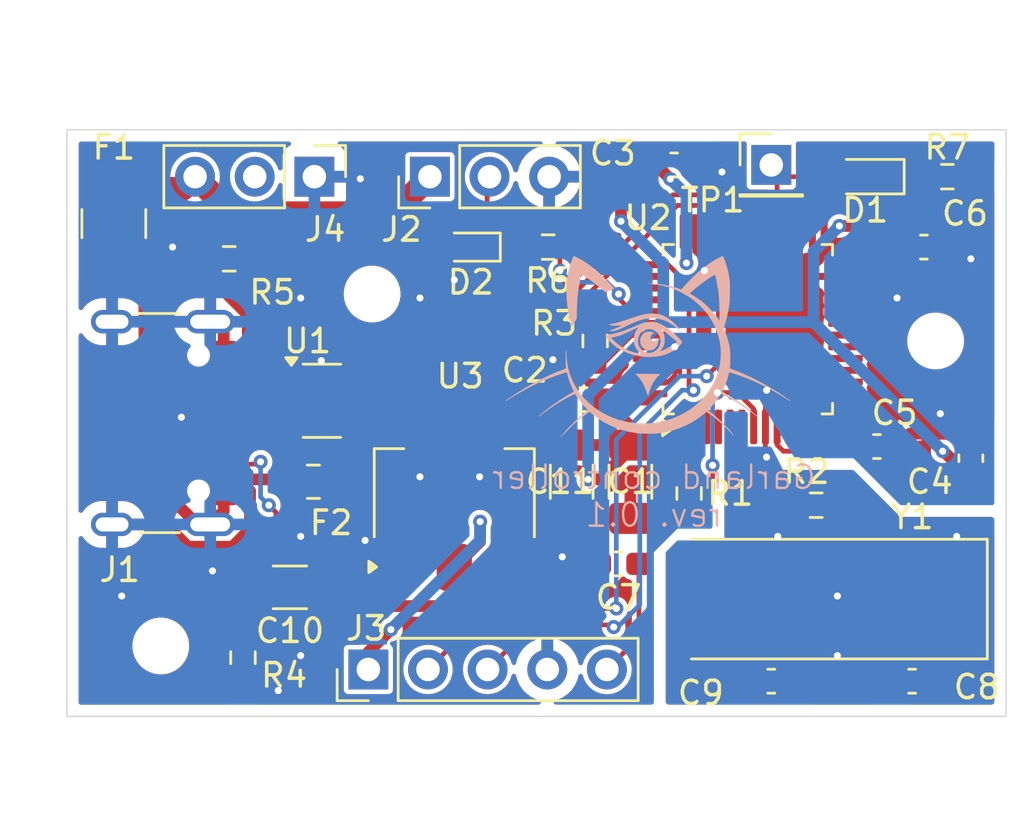
<source format=kicad_pcb>
(kicad_pcb (version 20240108) (generator "pcbnew") (generator_version "8.0")
  (title_block (title "Garland controller") (date "2025-02-09") (rev "0.1") (company "Yuri Volkov"))
  (layers (0 "F.Cu" signal) (31 "B.Cu" signal) (34 "B.Paste" user) (35 "F.Paste" user) (36 "B.SilkS" user "B.Silkscreen") (37 "F.SilkS" user "F.Silkscreen") (38 "B.Mask" user) (39 "F.Mask" user) (44 "Edge.Cuts" user))
  (net 0 "")
  (net 1 "GND")
  (net 2 "+3V3")
  (net 3 "/NRST")
  (net 4 "Net-(C8-Pad1)")
  (net 5 "Net-(U2-PD0)")
  (net 6 "Net-(U3-VI)")
  (net 7 "/DEBUG_LED")
  (net 8 "Net-(D1-K)")
  (net 9 "Net-(D2-K)")
  (net 10 "Net-(J2-Pin_1)")
  (net 11 "+5V")
  (net 12 "Net-(J1-D+-PadA6)")
  (net 13 "Net-(J1-D--PadA7)")
  (net 14 "Net-(J1-CC2)")
  (net 16 "Net-(J1-CC1)")
  (net 18 "Net-(J3-Pin_3)")
  (net 19 "Net-(J3-Pin_2)")
  (net 21 "Net-(U2-PD1)")
  (net 22 "/USB_ON")
  (net 23 "/USB_D-")
  (net 24 "/ADDRESS_LED")
  (net 25 "/USB_D+")
  (footprint "Resistor_SMD:R_0603_1608Metric_Pad0.98x0.95mm_HandSolder" (layer "F.Cu") (at 122.5 64 90)
    (property "Reference" "R3" (at 0.75 -1.75 180) (layer "F.SilkS"))
    (property "Value" "1.5k")
    (pad "1" smd roundrect (at -0.9125 0 90) (size 0.975 0.95) (layers "F.Cu" "F.Paste" "F.Mask") (net 22 "/USB_ON"))
    (pad "2" smd roundrect (at 0.9125 0 90) (size 0.975 0.95) (layers "F.Cu" "F.Paste" "F.Mask") (net 23 "/USB_D-"))
  )
  (footprint "Connector_PinHeader_2.54mm:PinHeader_1x03_P2.54mm_Vertical" (layer "F.Cu") (at 110.54 57 -90)
    (property "Reference" "J4" (at 2.25 -0.46 0) (layer "F.SilkS"))
    (property "Value" "Conn_01x03_Pin")
    (pad "1" thru_hole rect (at 0 0 270) (size 1.7 1.7) (drill 1) (layers "*.Cu" "*.Mask") (net 1 "GND"))
    (pad "2" thru_hole oval (at 0 2.54 270) (size 1.7 1.7) (drill 1) (layers "*.Cu" "*.Mask"))
    (pad "3" thru_hole oval (at 0 5.08 270) (size 1.7 1.7) (drill 1) (layers "*.Cu" "*.Mask") (net 10 "Net-(J2-Pin_1)"))
  )
  (footprint "Connector_PinHeader_2.54mm:PinHeader_1x05_P2.54mm_Vertical" (layer "F.Cu") (at 112.84 78 90)
    (property "Reference" "J3" (at 1.75 -0.09 180) (layer "F.SilkS"))
    (property "Value" "Conn_01x05_Pin")
    (pad "1" thru_hole rect (at 0 0 90) (size 1.7 1.7) (drill 1) (layers "*.Cu" "*.Mask") (net 2 "+3V3"))
    (pad "2" thru_hole oval (at 0 2.54 90) (size 1.7 1.7) (drill 1) (layers "*.Cu" "*.Mask") (net 19 "Net-(J3-Pin_2)"))
    (pad "3" thru_hole oval (at 0 5.08 90) (size 1.7 1.7) (drill 1) (layers "*.Cu" "*.Mask") (net 18 "Net-(J3-Pin_3)"))
    (pad "4" thru_hole oval (at 0 7.62 90) (size 1.7 1.7) (drill 1) (layers "*.Cu" "*.Mask") (net 1 "GND"))
    (pad "5" thru_hole oval (at 0 10.16 90) (size 1.7 1.7) (drill 1) (layers "*.Cu" "*.Mask") (net 3 "/NRST"))
  )
  (footprint "Connector_PinHeader_2.54mm:PinHeader_1x03_P2.54mm_Vertical" (layer "F.Cu") (at 115.46 57 90)
    (property "Reference" "J2" (at -2.25 -1.21 180) (layer "F.SilkS"))
    (property "Value" "Conn_01x03_Socket")
    (pad "1" thru_hole rect (at 0 0 90) (size 1.7 1.7) (drill 1) (layers "*.Cu" "*.Mask") (net 10 "Net-(J2-Pin_1)"))
    (pad "2" thru_hole oval (at 0 2.54 90) (size 1.7 1.7) (drill 1) (layers "*.Cu" "*.Mask") (net 9 "Net-(D2-K)"))
    (pad "3" thru_hole oval (at 0 5.08 90) (size 1.7 1.7) (drill 1) (layers "*.Cu" "*.Mask") (net 1 "GND"))
  )
  (footprint "LED_SMD:LED_0603_1608Metric_Pad1.05x0.95mm_HandSolder" (layer "F.Cu") (at 134 57 180)
    (property "Reference" "D1" (at 0 -1.43 0) (layer "F.SilkS"))
    (property "Value" "LED")
    (pad "1" smd roundrect (at -0.875 0 180) (size 1.05 0.95) (layers "F.Cu" "F.Paste" "F.Mask") (net 8 "Net-(D1-K)"))
    (pad "2" smd roundrect (at 0.875 0 180) (size 1.05 0.95) (layers "F.Cu" "F.Paste" "F.Mask") (net 7 "/DEBUG_LED"))
  )
  (footprint "Capacitor_SMD:C_0603_1608Metric_Pad1.08x0.95mm_HandSolder" (layer "F.Cu") (at 125.8625 56.5)
    (property "Reference" "C3" (at -2.6125 -0.5 0) (layer "F.SilkS"))
    (property "Value" "0.1u")
    (pad "1" smd roundrect (at -0.8625 0) (size 1.075 0.95) (layers "F.Cu" "F.Paste" "F.Mask") (net 2 "+3V3"))
    (pad "2" smd roundrect (at 0.8625 0) (size 1.075 0.95) (layers "F.Cu" "F.Paste" "F.Mask") (net 1 "GND"))
  )
  (footprint "Capacitor_SMD:C_1206_3216Metric_Pad1.33x1.80mm_HandSolder" (layer "F.Cu") (at 124 70 -90)
    (property "Reference" "C1" (at 0 0 180) (layer "F.SilkS"))
    (property "Value" "4.7u")
    (pad "1" smd roundrect (at -1.5625 0 270) (size 1.325 1.8) (layers "F.Cu" "F.Paste" "F.Mask") (roundrect_rratio 0.188679) (net 2 "+3V3"))
    (pad "2" smd roundrect (at 1.5625 0 270) (size 1.325 1.8) (layers "F.Cu" "F.Paste" "F.Mask") (roundrect_rratio 0.188679) (net 1 "GND"))
  )
  (footprint "MountingHole:MountingHole_2.1mm" (layer "F.Cu") (at 113 62)
    (property "Reference" "H1" (hide yes))
    (property "Value" "MountingHole" (hide yes))
    (pad "" np_thru_hole circle (at 0 0) (size 2.1 2.1) (drill 2.1) (layers "*.Cu" "*.Mask"))
  )
  (footprint "Fuse:Fuse_1210_3225Metric_Pad1.42x2.65mm_HandSolder" (layer "F.Cu") (at 102 59 90)
    (property "Reference" "F1" (at 3.25 0 0) (layer "F.SilkS"))
    (property "Value" "3A")
    (pad "1" smd roundrect (at -1.4875 0 90) (size 1.425 2.65) (layers "F.Cu" "F.Paste" "F.Mask") (roundrect_rratio 0.175439) (net 11 "+5V"))
    (pad "2" smd roundrect (at 1.4875 0 90) (size 1.425 2.65) (layers "F.Cu" "F.Paste" "F.Mask") (roundrect_rratio 0.175439) (net 10 "Net-(J2-Pin_1)"))
  )
  (footprint "Resistor_SMD:R_0603_1608Metric_Pad0.98x0.95mm_HandSolder" (layer "F.Cu") (at 106.9125 60.5 180)
    (property "Reference" "R5" (at -1.8375 -1.43 0) (layer "F.SilkS"))
    (property "Value" "5.1k")
    (pad "1" smd roundrect (at -0.9125 0 180) (size 0.975 0.95) (layers "F.Cu" "F.Paste" "F.Mask") (net 16 "Net-(J1-CC1)"))
    (pad "2" smd roundrect (at 0.9125 0 180) (size 0.975 0.95) (layers "F.Cu" "F.Paste" "F.Mask") (net 1 "GND"))
  )
  (footprint "Capacitor_SMD:C_0603_1608Metric_Pad1.08x0.95mm_HandSolder" (layer "F.Cu") (at 136 78.5 180)
    (property "Reference" "C8" (at -2.75 -0.25 0) (layer "F.SilkS"))
    (property "Value" "10p")
    (pad "1" smd roundrect (at -0.8625 0 180) (size 1.075 0.95) (layers "F.Cu" "F.Paste" "F.Mask") (net 4 "Net-(C8-Pad1)"))
    (pad "2" smd roundrect (at 0.8625 0 180) (size 1.075 0.95) (layers "F.Cu" "F.Paste" "F.Mask") (net 1 "GND"))
  )
  (footprint "Package_TO_SOT_SMD:SOT-23-6" (layer "F.Cu") (at 110.8625 66.55)
    (property "Reference" "U1" (at -0.6125 -2.55 0) (layer "F.SilkS"))
    (property "Value" "USBLC6-2SC6")
    (pad "1" smd roundrect (at -1.1375 -0.95) (size 1.325 0.6) (layers "F.Cu" "F.Paste" "F.Mask") (net 13 "Net-(J1-D--PadA7)"))
    (pad "2" smd roundrect (at -1.1375 0) (size 1.325 0.6) (layers "F.Cu" "F.Paste" "F.Mask") (net 1 "GND"))
    (pad "3" smd roundrect (at -1.1375 0.95) (size 1.325 0.6) (layers "F.Cu" "F.Paste" "F.Mask") (net 12 "Net-(J1-D+-PadA6)"))
    (pad "4" smd roundrect (at 1.1375 0.95) (size 1.325 0.6) (layers "F.Cu" "F.Paste" "F.Mask") (net 23 "/USB_D-"))
    (pad "5" smd roundrect (at 1.1375 0) (size 1.325 0.6) (layers "F.Cu" "F.Paste" "F.Mask") (net 11 "+5V"))
    (pad "6" smd roundrect (at 1.1375 -0.95) (size 1.325 0.6) (layers "F.Cu" "F.Paste" "F.Mask") (net 25 "/USB_D+"))
  )
  (footprint "Resistor_SMD:R_0603_1608Metric_Pad0.98x0.95mm_HandSolder" (layer "F.Cu") (at 131.9125 71)
    (property "Reference" "R2" (at -0.4125 -1.43 0) (layer "F.SilkS"))
    (property "Value" "0")
    (pad "1" smd roundrect (at -0.9125 0) (size 0.975 0.95) (layers "F.Cu" "F.Paste" "F.Mask") (net 21 "Net-(U2-PD1)"))
    (pad "2" smd roundrect (at 0.9125 0) (size 0.975 0.95) (layers "F.Cu" "F.Paste" "F.Mask") (net 4 "Net-(C8-Pad1)"))
  )
  (footprint "Resistor_SMD:R_0603_1608Metric_Pad0.98x0.95mm_HandSolder" (layer "F.Cu") (at 126.5 70.5 -90)
    (property "Reference" "R1" (at 0 -1.75 180) (layer "F.SilkS"))
    (property "Value" "5.1k")
    (pad "1" smd roundrect (at -0.9125 0 270) (size 0.975 0.95) (layers "F.Cu" "F.Paste" "F.Mask") (net 2 "+3V3"))
    (pad "2" smd roundrect (at 0.9125 0 270) (size 0.975 0.95) (layers "F.Cu" "F.Paste" "F.Mask") (net 3 "/NRST"))
  )
  (footprint "Capacitor_SMD:C_0603_1608Metric_Pad1.08x0.95mm_HandSolder" (layer "F.Cu") (at 130 78.5)
    (property "Reference" "C9" (at -3 0.5 0) (layer "F.SilkS"))
    (property "Value" "10p")
    (pad "1" smd roundrect (at -0.8625 0) (size 1.075 0.95) (layers "F.Cu" "F.Paste" "F.Mask") (net 5 "Net-(U2-PD0)"))
    (pad "2" smd roundrect (at 0.8625 0) (size 1.075 0.95) (layers "F.Cu" "F.Paste" "F.Mask") (net 1 "GND"))
  )
  (footprint "Capacitor_SMD:C_0603_1608Metric_Pad1.08x0.95mm_HandSolder" (layer "F.Cu") (at 122 66.5 180)
    (property "Reference" "C2" (at 2.5 1.25 0) (layer "F.SilkS"))
    (property "Value" "0.1u")
    (pad "1" smd roundrect (at -0.8625 0 180) (size 1.075 0.95) (layers "F.Cu" "F.Paste" "F.Mask") (net 2 "+3V3"))
    (pad "2" smd roundrect (at 0.8625 0 180) (size 1.075 0.95) (layers "F.Cu" "F.Paste" "F.Mask") (net 1 "GND"))
  )
  (footprint "Capacitor_SMD:C_0603_1608Metric_Pad1.08x0.95mm_HandSolder" (layer "F.Cu") (at 123.5 73.5 180)
    (property "Reference" "C7" (at 0 -1.43 0) (layer "F.SilkS"))
    (property "Value" "0.1u")
    (pad "1" smd roundrect (at -0.8625 0 180) (size 1.075 0.95) (layers "F.Cu" "F.Paste" "F.Mask") (net 3 "/NRST"))
    (pad "2" smd roundrect (at 0.8625 0 180) (size 1.075 0.95) (layers "F.Cu" "F.Paste" "F.Mask") (net 1 "GND"))
  )
  (footprint "Capacitor_SMD:C_0603_1608Metric_Pad1.08x0.95mm_HandSolder" (layer "F.Cu") (at 136.5 60)
    (property "Reference" "C6" (at 1.75 -1.43 0) (layer "F.SilkS"))
    (property "Value" "0.1u")
    (pad "1" smd roundrect (at -0.8625 0) (size 1.075 0.95) (layers "F.Cu" "F.Paste" "F.Mask") (net 2 "+3V3"))
    (pad "2" smd roundrect (at 0.8625 0) (size 1.075 0.95) (layers "F.Cu" "F.Paste" "F.Mask") (net 1 "GND"))
  )
  (footprint "Resistor_SMD:R_0603_1608Metric_Pad0.98x0.95mm_HandSolder" (layer "F.Cu") (at 107.5 77.5 -90)
    (property "Reference" "R4" (at 0.75 -1.75 180) (layer "F.SilkS"))
    (property "Value" "5.1k")
    (pad "1" smd roundrect (at -0.9125 0 270) (size 0.975 0.95) (layers "F.Cu" "F.Paste" "F.Mask") (net 14 "Net-(J1-CC2)"))
    (pad "2" smd roundrect (at 0.9125 0 270) (size 0.975 0.95) (layers "F.Cu" "F.Paste" "F.Mask") (net 1 "GND"))
  )
  (footprint "Package_TO_SOT_SMD:SOT-223-3_TabPin2" (layer "F.Cu") (at 116.5 70.5 90)
    (property "Reference" "U3" (at 5 0.25 180) (layer "F.SilkS"))
    (property "Value" "AMS1117-3.3")
    (pad "1" smd roundrect (at -3.15 -2.3 90) (size 2 1.5) (layers "F.Cu" "F.Paste" "F.Mask") (net 1 "GND"))
    (pad "2" smd roundrect (at -3.15 0 90) (size 2 1.5) (layers "F.Cu" "F.Paste" "F.Mask") (net 2 "+3V3"))
    (pad "2" smd roundrect (at 3.15 0 90) (size 2 3.8) (layers "F.Cu" "F.Paste" "F.Mask") (net 2 "+3V3"))
    (pad "3" smd roundrect (at -3.15 2.3 90) (size 2 1.5) (layers "F.Cu" "F.Paste" "F.Mask") (net 6 "Net-(U3-VI)"))
  )
  (footprint "Capacitor_SMD:C_0603_1608Metric_Pad1.08x0.95mm_HandSolder" (layer "F.Cu") (at 138.5 69 90)
    (property "Reference" "C4" (at -1 -1.75 180) (layer "F.SilkS"))
    (property "Value" "1u")
    (pad "1" smd roundrect (at -0.8625 0 90) (size 1.075 0.95) (layers "F.Cu" "F.Paste" "F.Mask") (net 2 "+3V3"))
    (pad "2" smd roundrect (at 0.8625 0 90) (size 1.075 0.95) (layers "F.Cu" "F.Paste" "F.Mask") (net 1 "GND"))
  )
  (footprint "Package_QFP:LQFP-48_7x7mm_P0.5mm" (layer "F.Cu") (at 129 63.5 90)
    (property "Reference" "U2" (at 4.75 -4.25 180) (layer "F.SilkS"))
    (property "Value" "STM32F103C8Tx")
    (pad "1" smd roundrect (at -4.1625 -2.75 90) (size 1.475 0.3) (layers "F.Cu" "F.Paste" "F.Mask"))
    (pad "2" smd roundrect (at -4.1625 -2.25 90) (size 1.475 0.3) (layers "F.Cu" "F.Paste" "F.Mask"))
    (pad "3" smd roundrect (at -4.1625 -1.75 90) (size 1.475 0.3) (layers "F.Cu" "F.Paste" "F.Mask"))
    (pad "4" smd roundrect (at -4.1625 -1.25 90) (size 1.475 0.3) (layers "F.Cu" "F.Paste" "F.Mask"))
    (pad "5" smd roundrect (at -4.1625 -0.75 90) (size 1.475 0.3) (layers "F.Cu" "F.Paste" "F.Mask") (net 5 "Net-(U2-PD0)"))
    (pad "6" smd roundrect (at -4.1625 -0.25 90) (size 1.475 0.3) (layers "F.Cu" "F.Paste" "F.Mask") (net 21 "Net-(U2-PD1)"))
    (pad "7" smd roundrect (at -4.1625 0.25 90) (size 1.475 0.3) (layers "F.Cu" "F.Paste" "F.Mask") (net 3 "/NRST"))
    (pad "8" smd roundrect (at -4.1625 0.75 90) (size 1.475 0.3) (layers "F.Cu" "F.Paste" "F.Mask") (net 1 "GND"))
    (pad "9" smd roundrect (at -4.1625 1.25 90) (size 1.475 0.3) (layers "F.Cu" "F.Paste" "F.Mask") (net 2 "+3V3"))
    (pad "10" smd roundrect (at -4.1625 1.75 90) (size 1.475 0.3) (layers "F.Cu" "F.Paste" "F.Mask"))
    (pad "11" smd roundrect (at -4.1625 2.25 90) (size 1.475 0.3) (layers "F.Cu" "F.Paste" "F.Mask"))
    (pad "12" smd roundrect (at -4.1625 2.75 90) (size 1.475 0.3) (layers "F.Cu" "F.Paste" "F.Mask"))
    (pad "13" smd roundrect (at -2.75 4.1625 90) (size 0.3 1.475) (layers "F.Cu" "F.Paste" "F.Mask"))
    (pad "14" smd roundrect (at -2.25 4.1625 90) (size 0.3 1.475) (layers "F.Cu" "F.Paste" "F.Mask"))
    (pad "15" smd roundrect (at -1.75 4.1625 90) (size 0.3 1.475) (layers "F.Cu" "F.Paste" "F.Mask"))
    (pad "16" smd roundrect (at -1.25 4.1625 90) (size 0.3 1.475) (layers "F.Cu" "F.Paste" "F.Mask"))
    (pad "17" smd roundrect (at -0.75 4.1625 90) (size 0.3 1.475) (layers "F.Cu" "F.Paste" "F.Mask"))
    (pad "18" smd roundrect (at -0.25 4.1625 90) (size 0.3 1.475) (layers "F.Cu" "F.Paste" "F.Mask"))
    (pad "19" smd roundrect (at 0.25 4.1625 90) (size 0.3 1.475) (layers "F.Cu" "F.Paste" "F.Mask"))
    (pad "20" smd roundrect (at 0.75 4.1625 90) (size 0.3 1.475) (layers "F.Cu" "F.Paste" "F.Mask"))
    (pad "21" smd roundrect (at 1.25 4.1625 90) (size 0.3 1.475) (layers "F.Cu" "F.Paste" "F.Mask"))
    (pad "22" smd roundrect (at 1.75 4.1625 90) (size 0.3 1.475) (layers "F.Cu" "F.Paste" "F.Mask"))
    (pad "23" smd roundrect (at 2.25 4.1625 90) (size 0.3 1.475) (layers "F.Cu" "F.Paste" "F.Mask") (net 1 "GND"))
    (pad "24" smd roundrect (at 2.75 4.1625 90) (size 0.3 1.475) (layers "F.Cu" "F.Paste" "F.Mask") (net 2 "+3V3"))
    (pad "25" smd roundrect (at 4.1625 2.75 90) (size 1.475 0.3) (layers "F.Cu" "F.Paste" "F.Mask"))
    (pad "26" smd roundrect (at 4.1625 2.25 90) (size 1.475 0.3) (layers "F.Cu" "F.Paste" "F.Mask"))
    (pad "27" smd roundrect (at 4.1625 1.75 90) (size 1.475 0.3) (layers "F.Cu" "F.Paste" "F.Mask"))
    (pad "28" smd roundrect (at 4.1625 1.25 90) (size 1.475 0.3) (layers "F.Cu" "F.Paste" "F.Mask") (net 7 "/DEBUG_LED"))
    (pad "29" smd roundrect (at 4.1625 0.75 90) (size 1.475 0.3) (layers "F.Cu" "F.Paste" "F.Mask"))
    (pad "30" smd roundrect (at 4.1625 0.25 90) (size 1.475 0.3) (layers "F.Cu" "F.Paste" "F.Mask"))
    (pad "31" smd roundrect (at 4.1625 -0.25 90) (size 1.475 0.3) (layers "F.Cu" "F.Paste" "F.Mask"))
    (pad "32" smd roundrect (at 4.1625 -0.75 90) (size 1.475 0.3) (layers "F.Cu" "F.Paste" "F.Mask") (net 25 "/USB_D+"))
    (pad "33" smd roundrect (at 4.1625 -1.25 90) (size 1.475 0.3) (layers "F.Cu" "F.Paste" "F.Mask") (net 23 "/USB_D-"))
    (pad "34" smd roundrect (at 4.1625 -1.75 90) (size 1.475 0.3) (layers "F.Cu" "F.Paste" "F.Mask") (net 19 "Net-(J3-Pin_2)"))
    (pad "35" smd roundrect (at 4.1625 -2.25 90) (size 1.475 0.3) (layers "F.Cu" "F.Paste" "F.Mask") (net 1 "GND"))
    (pad "36" smd roundrect (at 4.1625 -2.75 90) (size 1.475 0.3) (layers "F.Cu" "F.Paste" "F.Mask") (net 2 "+3V3"))
    (pad "37" smd roundrect (at 2.75 -4.1625 90) (size 0.3 1.475) (layers "F.Cu" "F.Paste" "F.Mask") (net 18 "Net-(J3-Pin_3)"))
    (pad "38" smd roundrect (at 2.25 -4.1625 90) (size 0.3 1.475) (layers "F.Cu" "F.Paste" "F.Mask"))
    (pad "39" smd roundrect (at 1.75 -4.1625 90) (size 0.3 1.475) (layers "F.Cu" "F.Paste" "F.Mask"))
    (pad "40" smd roundrect (at 1.25 -4.1625 90) (size 0.3 1.475) (layers "F.Cu" "F.Paste" "F.Mask"))
    (pad "41" smd roundrect (at 0.75 -4.1625 90) (size 0.3 1.475) (layers "F.Cu" "F.Paste" "F.Mask") (net 24 "/ADDRESS_LED"))
    (pad "42" smd roundrect (at 0.25 -4.1625 90) (size 0.3 1.475) (layers "F.Cu" "F.Paste" "F.Mask"))
    (pad "43" smd roundrect (at -0.25 -4.1625 90) (size 0.3 1.475) (layers "F.Cu" "F.Paste" "F.Mask") (net 22 "/USB_ON"))
    (pad "44" smd roundrect (at -0.75 -4.1625 90) (size 0.3 1.475) (layers "F.Cu" "F.Paste" "F.Mask") (net 1 "GND"))
    (pad "45" smd roundrect (at -1.25 -4.1625 90) (size 0.3 1.475) (layers "F.Cu" "F.Paste" "F.Mask"))
    (pad "46" smd roundrect (at -1.75 -4.1625 90) (size 0.3 1.475) (layers "F.Cu" "F.Paste" "F.Mask"))
    (pad "47" smd roundrect (at -2.25 -4.1625 90) (size 0.3 1.475) (layers "F.Cu" "F.Paste" "F.Mask") (net 1 "GND"))
    (pad "48" smd roundrect (at -2.75 -4.1625 90) (size 0.3 1.475) (layers "F.Cu" "F.Paste" "F.Mask") (net 2 "+3V3"))
  )
  (footprint "Capacitor_SMD:C_1206_3216Metric_Pad1.33x1.80mm_HandSolder" (layer "F.Cu") (at 109.5 74.5 180)
    (property "Reference" "C10" (at 0 -1.85 0) (layer "F.SilkS"))
    (property "Value" "10u")
    (pad "1" smd roundrect (at -1.5625 0 180) (size 1.325 1.8) (layers "F.Cu" "F.Paste" "F.Mask") (roundrect_rratio 0.188679) (net 6 "Net-(U3-VI)"))
    (pad "2" smd roundrect (at 1.5625 0 180) (size 1.325 1.8) (layers "F.Cu" "F.Paste" "F.Mask") (roundrect_rratio 0.188679) (net 1 "GND"))
  )
  (footprint "Connector_USB:USB_C_Receptacle_GCT_USB4105-xx-A_16P_TopMnt_Horizontal" (layer "F.Cu") (at 103 67.5 -90)
    (property "Reference" "J1" (at 6.25 0.75 0) (layer "F.SilkS"))
    (property "Value" "USB_C_Receptacle_USB2.0_16P")
    (pad "" np_thru_hole circle (at -2.89 -2.605 270) (size 0.65 0.65) (drill 0.65) (layers "F&B.Cu" "*.Mask"))
    (pad "" np_thru_hole circle (at 2.89 -2.605 270) (size 0.65 0.65) (drill 0.65) (layers "F&B.Cu" "*.Mask"))
    (pad "A1" smd roundrect (at -3.2 -3.68 270) (size 0.6 1.15) (layers "F.Cu" "F.Paste" "F.Mask") (net 1 "GND"))
    (pad "A4" smd roundrect (at -2.4 -3.68 270) (size 0.6 1.15) (layers "F.Cu" "F.Paste" "F.Mask") (net 11 "+5V"))
    (pad "A5" smd roundrect (at -1.25 -3.68 270) (size 0.3 1.15) (layers "F.Cu" "F.Paste" "F.Mask") (net 16 "Net-(J1-CC1)"))
    (pad "A6" smd roundrect (at -0.25 -3.68 270) (size 0.3 1.15) (layers "F.Cu" "F.Paste" "F.Mask") (net 12 "Net-(J1-D+-PadA6)"))
    (pad "A7" smd roundrect (at 0.25 -3.68 270) (size 0.3 1.15) (layers "F.Cu" "F.Paste" "F.Mask") (net 13 "Net-(J1-D--PadA7)"))
    (pad "A8" smd roundrect (at 1.25 -3.68 270) (size 0.3 1.15) (layers "F.Cu" "F.Paste" "F.Mask"))
    (pad "A9" smd roundrect (at 2.4 -3.68 270) (size 0.6 1.15) (layers "F.Cu" "F.Paste" "F.Mask") (net 11 "+5V"))
    (pad "A12" smd roundrect (at 3.2 -3.68 270) (size 0.6 1.15) (layers "F.Cu" "F.Paste" "F.Mask") (net 1 "GND"))
    (pad "B1" smd roundrect (at 3.2 -3.68 270) (size 0.6 1.15) (layers "F.Cu" "F.Paste" "F.Mask") (net 1 "GND"))
    (pad "B4" smd roundrect (at 2.4 -3.68 270) (size 0.6 1.15) (layers "F.Cu" "F.Paste" "F.Mask") (net 11 "+5V"))
    (pad "B5" smd roundrect (at 1.75 -3.68 270) (size 0.3 1.15) (layers "F.Cu" "F.Paste" "F.Mask") (net 14 "Net-(J1-CC2)"))
    (pad "B6" smd roundrect (at 0.75 -3.68 270) (size 0.3 1.15) (layers "F.Cu" "F.Paste" "F.Mask") (net 12 "Net-(J1-D+-PadA6)"))
    (pad "B7" smd roundrect (at -0.75 -3.68 270) (size 0.3 1.15) (layers "F.Cu" "F.Paste" "F.Mask") (net 13 "Net-(J1-D--PadA7)"))
    (pad "B8" smd roundrect (at -1.75 -3.68 270) (size 0.3 1.15) (layers "F.Cu" "F.Paste" "F.Mask"))
    (pad "B9" smd roundrect (at -2.4 -3.68 270) (size 0.6 1.15) (layers "F.Cu" "F.Paste" "F.Mask") (net 11 "+5V"))
    (pad "B12" smd roundrect (at -3.2 -3.68 270) (size 0.6 1.15) (layers "F.Cu" "F.Paste" "F.Mask") (net 1 "GND"))
    (pad "S1" thru_hole oval (at -4.32 -3.105 270) (size 1 2.1) (drill oval 0.6 1.7) (layers "*.Cu" "*.Mask" "F.Paste") (net 1 "GND"))
    (pad "S1" thru_hole oval (at -4.32 1.075 270) (size 1 1.8) (drill oval 0.6 1.4) (layers "*.Cu" "*.Mask" "F.Paste") (net 1 "GND"))
    (pad "S1" thru_hole oval (at 4.32 -3.105 270) (size 1 2.1) (drill oval 0.6 1.7) (layers "*.Cu" "*.Mask" "F.Paste") (net 1 "GND"))
    (pad "S1" thru_hole oval (at 4.32 1.075 270) (size 1 1.8) (drill oval 0.6 1.4) (layers "*.Cu" "*.Mask" "F.Paste") (net 1 "GND"))
  )
  (footprint "Resistor_SMD:R_0603_1608Metric_Pad0.98x0.95mm_HandSolder" (layer "F.Cu") (at 137.5 57)
    (property "Reference" "R7" (at 0 -1.25 0) (layer "F.SilkS"))
    (property "Value" "5.1k")
    (pad "1" smd roundrect (at -0.9125 0) (size 0.975 0.95) (layers "F.Cu" "F.Paste" "F.Mask") (net 8 "Net-(D1-K)"))
    (pad "2" smd roundrect (at 0.9125 0) (size 0.975 0.95) (layers "F.Cu" "F.Paste" "F.Mask") (net 1 "GND"))
  )
  (footprint "Capacitor_SMD:C_0603_1608Metric_Pad1.08x0.95mm_HandSolder" (layer "F.Cu") (at 134.5 68.5)
    (property "Reference" "C5" (at 0.75 -1.43 0) (layer "F.SilkS"))
    (property "Value" "0.01u")
    (pad "1" smd roundrect (at -0.8625 0) (size 1.075 0.95) (layers "F.Cu" "F.Paste" "F.Mask") (net 2 "+3V3"))
    (pad "2" smd roundrect (at 0.8625 0) (size 1.075 0.95) (layers "F.Cu" "F.Paste" "F.Mask") (net 1 "GND"))
  )
  (footprint "Crystal:Crystal_SMD_HC49-SD" (layer "F.Cu") (at 132.5 75 180)
    (property "Reference" "Y1" (at -3.5 3.5 0) (layer "F.SilkS"))
    (property "Value" "8MHz")
    (pad "1" smd rect (at -4.25 0 180) (size 4.5 2) (layers "F.Cu" "F.Paste" "F.Mask") (net 4 "Net-(C8-Pad1)"))
    (pad "2" smd rect (at 4.25 0 180) (size 4.5 2) (layers "F.Cu" "F.Paste" "F.Mask") (net 5 "Net-(U2-PD0)"))
  )
  (footprint "Capacitor_SMD:C_1206_3216Metric_Pad1.33x1.80mm_HandSolder" (layer "F.Cu") (at 121.5 70 -90)
    (property "Reference" "C11" (at 0 0.5 180) (layer "F.SilkS"))
    (property "Value" "22u")
    (pad "1" smd roundrect (at -1.5625 0 270) (size 1.325 1.8) (layers "F.Cu" "F.Paste" "F.Mask") (roundrect_rratio 0.188679) (net 2 "+3V3"))
    (pad "2" smd roundrect (at 1.5625 0 270) (size 1.325 1.8) (layers "F.Cu" "F.Paste" "F.Mask") (roundrect_rratio 0.188679) (net 1 "GND"))
  )
  (footprint "Resistor_SMD:R_0603_1608Metric_Pad0.98x0.95mm_HandSolder" (layer "F.Cu") (at 120.5 60 180)
    (property "Reference" "R6" (at 0 -1.43 0) (layer "F.SilkS"))
    (property "Value" "180")
    (pad "1" smd roundrect (at -0.9125 0 180) (size 0.975 0.95) (layers "F.Cu" "F.Paste" "F.Mask") (net 24 "/ADDRESS_LED"))
    (pad "2" smd roundrect (at 0.9125 0 180) (size 0.975 0.95) (layers "F.Cu" "F.Paste" "F.Mask") (net 9 "Net-(D2-K)"))
  )
  (footprint "MountingHole:MountingHole_2.1mm" (layer "F.Cu") (at 137 64)
    (property "Reference" "H3" (hide yes))
    (property "Value" "MountingHole" (hide yes))
    (pad "" np_thru_hole circle (at 0 0) (size 2.1 2.1) (drill 2.1) (layers "*.Cu" "*.Mask"))
  )
  (footprint "Connector_PinHeader_2.54mm:PinHeader_1x01_P2.54mm_Vertical" (layer "F.Cu") (at 130 56.5)
    (property "Reference" "TP1" (at -2.5 1.5 0) (layer "F.SilkS"))
    (property "Value" "TestPoint")
    (pad "1" thru_hole rect (at 0 0) (size 1.7 1.7) (drill 1) (layers "*.Cu" "*.Mask") (net 7 "/DEBUG_LED"))
  )
  (footprint "Fuse:Fuse_0805_2012Metric_Pad1.15x1.40mm_HandSolder" (layer "F.Cu") (at 110.5 70)
    (property "Reference" "F2" (at 0.75 1.75 0) (layer "F.SilkS"))
    (property "Value" "60mA")
    (pad "1" smd roundrect (at -1.025 0) (size 1.15 1.4) (layers "F.Cu" "F.Paste" "F.Mask") (roundrect_rratio 0.217391) (net 11 "+5V"))
    (pad "2" smd roundrect (at 1.025 0) (size 1.15 1.4) (layers "F.Cu" "F.Paste" "F.Mask") (roundrect_rratio 0.217391) (net 6 "Net-(U3-VI)"))
  )
  (footprint "MountingHole:MountingHole_2.1mm" (layer "F.Cu") (at 104 77)
    (property "Reference" "H2" (hide yes))
    (property "Value" "MountingHole" (hide yes))
    (pad "" np_thru_hole circle (at 0 0) (size 2.1 2.1) (drill 2.1) (layers "*.Cu" "*.Mask"))
  )
  (footprint "Diode_SMD:D_SOD-523" (layer "F.Cu") (at 117.2 60 180)
    (property "Reference" "D2" (at 0 -1.5 0) (layer "F.SilkS"))
    (property "Value" "ESD5Z3V3")
    (pad "1" smd roundrect (at -0.7 0) (size 0.6 0.7) (layers "F.Cu" "F.Paste" "F.Mask") (net 9 "Net-(D2-K)"))
    (pad "2" smd roundrect (at 0.7 0) (size 0.6 0.7) (layers "F.Cu" "F.Paste" "F.Mask") (net 1 "GND"))
  )
  (footprint "project:stamp" (layer "B.Cu") (at 124.75 64.25 180)
    (property "Reference" "G1" (hide yes))
    (property "Value" "stamp" (hide yes))
  )
  (gr_rect (start 100 55) (end 140 80) (stroke (width 0.05)) (fill none) (layer "Edge.Cuts"))
  (gr_text "Garland controller\nrev. 0.1" (at 125 72 0) (layer "B.SilkS") (effects (font (size 1 1) (thickness 0.1)) (justify bottom mirror)))
  (segment (start 130.8625 78.5) (end 135.1375 78.5) (width 0.5) (layer "F.Cu") (net 1))
  (segment (start 104.25 70.515) (end 104.25 67.877337) (width 0.5) (layer "F.Cu") (net 1))
  (segment (start 121.1 71.9625) (end 121.5 71.5625) (width 0.5) (layer "F.Cu") (net 1))
  (segment (start 106.9 74.5) (end 106.2 73.8) (width 0.5) (layer "F.Cu") (net 1))
  (segment (start 127.6 56.5) (end 127.9 56.8) (width 0.5) (layer "F.Cu") (net 1))
  (segment (start 105 60.5) (end 104.5 60) (width 0.5) (layer "F.Cu") (net 1))
  (segment (start 138 60) (end 138.5 60.5) (width 0.5) (layer "F.Cu") (net 1))
  (segment (start 127.25 60.695532) (end 127.25 61) (width 0.2) (layer "F.Cu") (net 1))
  (segment (start 106.68 70.7) (end 106.68 71.245) (width 0.5) (layer "F.Cu") (net 1))
  (segment (start 106 60.5) (end 105 60.5) (width 0.5) (layer "F.Cu") (net 1))
  (segment (start 122.6375 73.5) (end 121.4 73.5) (width 0.5) (layer "F.Cu") (net 1))
  (segment (start 121.1 73.2) (end 121.1 71.9625) (width 0.5) (layer "F.Cu") (net 1))
  (segment (start 109.725 66.55) (end 110.290184 66.55) (width 0.5) (layer "F.Cu") (net 1))
  (segment (start 129.75 67.6625) (end 129.75 69) (width 0.2) (layer "F.Cu") (net 1))
  (segment (start 129.75 69) (end 129.799265 68.950735) (width 0.2) (layer "F.Cu") (net 1))
  (segment (start 110.290184 66.55) (end 110.8375 66.002684) (width 0.5) (layer "F.Cu") (net 1))
  (segment (start 110.8 64.8) (end 110.8375 64.8375) (width 0.5) (layer "F.Cu") (net 1))
  (segment (start 114.2 73.65) (end 113.85 73.65) (width 0.5) (layer "F.Cu") (net 1))
  (segment (start 137.4625 67.1) (end 137.2 67.1) (width 0.5) (layer "F.Cu") (net 1))
  (segment (start 138.3125 67.95) (end 138.5 68.1375) (width 0.5) (layer "F.Cu") (net 1))
  (segment (start 107.9375 74.5) (end 106.9 74.5) (width 0.5) (layer "F.Cu") (net 1))
  (segment (start 105.555 71.82) (end 104.25 70.515) (width 0.5) (layer "F.Cu") (net 1))
  (segment (start 110.8375 66.002684) (end 110.8375 64.8375) (width 0.5) (layer "F.Cu") (net 1))
  (segment (start 121.4 73.5) (end 121.1 73.2) (width 0.5) (layer "F.Cu") (net 1))
  (segment (start 107.5 78.4125) (end 108.5125 78.4125) (width 0.5) (layer "F.Cu") (net 1))
  (segment (start 129.75 66.15) (end 129.8 66.1) (width 0.2) (layer "F.Cu") (net 1))
  (segment (start 106.68 71.245) (end 106.105 71.82) (width 0.5) (layer "F.Cu") (net 1))
  (segment (start 121.1375 65.2375) (end 120.7 64.8) (width 0.5) (layer "F.Cu") (net 1))
  (segment (start 135.3625 68.5) (end 135.9125 67.95) (width 0.5) (layer "F.Cu") (net 1))
  (segment (start 138.5 68.1375) (end 137.4625 67.1) (width 0.5) (layer "F.Cu") (net 1))
  (segment (start 137.3625 60) (end 138 60) (width 0.5) (layer "F.Cu") (net 1))
  (segment (start 127.25 61) (end 127.15 61) (width 0.2) (layer "F.Cu") (net 1))
  (segment (start 129.75 67.6625) (end 129.75 66.15) (width 0.2) (layer "F.Cu") (net 1))
  (segment (start 108.5125 78.4125) (end 109 78.9) (width 0.5) (layer "F.Cu") (net 1))
  (segment (start 106.105 71.82) (end 105.555 71.82) (width 0.5) (layer "F.Cu") (net 1))
  (segment (start 125.889352 65.468058) (end 125.889352 64.25) (width 0.2) (layer "F.Cu") (net 1))
  (segment (start 104.25 67.877337) (end 104.8771 67.250237) (width 0.5) (layer "F.Cu") (net 1))
  (segment (start 124 71.5625) (end 121.5 71.5625) (width 0.5) (layer "F.Cu") (net 1))
  (segment (start 135.9125 67.95) (end 138.3125 67.95) (width 0.5) (layer "F.Cu") (net 1))
  (segment (start 125.60741 65.75) (end 125.889352 65.468058) (width 0.2) (layer "F.Cu") (net 1))
  (segment (start 124.8375 65.75) (end 125.60741 65.75) (width 0.2) (layer "F.Cu") (net 1))
  (segment (start 121.1375 66.5) (end 121.1375 65.2375) (width 0.5) (layer "F.Cu") (net 1))
  (segment (start 126.725 56.5) (end 127.6 56.5) (width 0.5) (layer "F.Cu") (net 1))
  (segment (start 113.85 73.65) (end 112.7 72.5) (width 0.5) (layer "F.Cu") (net 1))
  (segment (start 116.5 60) (end 116.5 61.4) (width 0.5) (layer "F.Cu") (net 1))
  (segment (start 124.8375 64.25) (end 125.889352 64.25) (width 0.2) (layer "F.Cu") (net 1))
  (segment (start 137.3625 58.05) (end 138.4125 57) (width 0.5) (layer "F.Cu") (net 1))
  (segment (start 126.75 59.3375) (end 126.75 60.195532) (width 0.2) (layer "F.Cu") (net 1))
  (segment (start 126.75 60.195532) (end 127.25 60.695532) (width 0.2) (layer "F.Cu") (net 1))
  (segment (start 137.3625 60) (end 137.3625 58.05) (width 0.5) (layer "F.Cu") (net 1))
  (via (at 129.799265 68.950735) (size 0.6) (drill 0.3) (layers "F.Cu" "B.Cu") (net 1))
  (via (at 106.2 73.8) (size 0.6) (drill 0.3) (layers "F.Cu" "B.Cu") (net 1))
  (via (at 129.8 66.1) (size 0.6) (drill 0.3) (layers "F.Cu" "B.Cu") (net 1))
  (via (at 127.15 61) (size 0.6) (drill 0.3) (layers "F.Cu" "B.Cu") (net 1))
  (via (at 120.7 64.8) (size 0.6) (drill 0.3) (layers "F.Cu" "B.Cu") (net 1))
  (via (at 135.3571 62.170237) (size 0.6) (drill 0.3) (layers "F.Cu" "B.Cu") (net 1))
  (via (at 127.9 56.8) (size 0.6) (drill 0.3) (layers "F.Cu" "B.Cu") (net 1))
  (via (at 138.5 60.5) (size 0.6) (drill 0.3) (layers "F.Cu" "B.Cu") (net 1))
  (via (at 121.1 73.2) (size 0.6) (drill 0.3) (layers "F.Cu" "B.Cu") (net 1))
  (via (at 132.8171 74.870237) (size 0.6) (drill 0.3) (layers "F.Cu" "B.Cu") (net 1))
  (via (at 117.5771 69.790237) (size 0.6) (drill 0.3) (layers "F.Cu" "B.Cu") (net 1))
  (via (at 125.889352 64.25) (size 0.6) (drill 0.3) (layers "F.Cu" "B.Cu") (net 1))
  (via (at 109.9571 62.170237) (size 0.6) (drill 0.3) (layers "F.Cu" "B.Cu") (net 1))
  (via (at 116.5 61.4) (size 0.6) (drill 0.3) (layers "F.Cu" "B.Cu") (net 1))
  (via (at 109.9571 72.330237) (size 0.6) (drill 0.3) (layers "F.Cu" "B.Cu") (net 1))
  (via (at 115.0371 62.170237) (size 0.6) (drill 0.3) (layers "F.Cu" "B.Cu") (net 1))
  (via (at 104.8771 67.250237) (size 0.6) (drill 0.3) (layers "F.Cu" "B.Cu") (net 1))
  (via (at 112.4971 57.090237) (size 0.6) (drill 0.3) (layers "F.Cu" "B.Cu") (net 1))
  (via (at 137.8971 72.330237) (size 0.6) (drill 0.3) (layers "F.Cu" "B.Cu") (net 1))
  (via (at 109.9571 77.410237) (size 0.6) (drill 0.3) (layers "F.Cu" "B.Cu") (net 1))
  (via (at 137.2 67.1) (size 0.6) (drill 0.3) (layers "F.Cu" "B.Cu") (net 1))
  (via (at 130.2771 72.330237) (size 0.6) (drill 0.3) (layers "F.Cu" "B.Cu") (net 1))
  (via (at 115.0371 69.790237) (size 0.6) (drill 0.3) (layers "F.Cu" "B.Cu") (net 1))
  (via (at 132.8171 77.410237) (size 0.6) (drill 0.3) (layers "F.Cu" "B.Cu") (net 1))
  (via (at 102.3371 74.870237) (size 0.6) (drill 0.3) (layers "F.Cu" "B.Cu") (net 1))
  (via (at 110.8375 64.8375) (size 0.6) (drill 0.3) (layers "F.Cu" "B.Cu") (net 1))
  (via (at 112.7 72.5) (size 0.6) (drill 0.3) (layers "F.Cu" "B.Cu") (net 1))
  (via (at 109 78.9) (size 0.6) (drill 0.3) (layers "F.Cu" "B.Cu") (net 1))
  (via (at 104.5 60) (size 0.6) (drill 0.3) (layers "F.Cu" "B.Cu") (net 1))
  (segment (start 130.25 67.6625) (end 130.25 68.43241) (width 0.2) (layer "F.Cu") (net 2))
  (segment (start 116.5 73.65) (end 116.5 67.35) (width 0.5) (layer "F.Cu") (net 2))
  (segment (start 138.5 70.2) (end 138.2 70.5) (width 0.5) (layer "F.Cu") (net 2))
  (segment (start 117.6 71.7) (end 117.6 72.55) (width 0.5) (layer "F.Cu") (net 2))
  (segment (start 138.2 70.5) (end 135.6375 70.5) (width 0.5) (layer "F.Cu") (net 2))
  (segment (start 133.4375 68.7) (end 133.6375 68.5) (width 0.2) (layer "F.Cu") (net 2))
  (segment (start 124 68.4375) (end 125.35 68.4375) (width 0.5) (layer "F.Cu") (net 2))
  (segment (start 130.25 68.43241) (end 130.51759 68.7) (width 0.2) (layer "F.Cu") (net 2))
  (segment (start 134.7375 59.1) (end 135.6375 60) (width 0.5) (layer "F.Cu") (net 2))
  (segment (start 125.35 68.4375) (end 126.5 69.5875) (width 0.5) (layer "F.Cu") (net 2))
  (segment (start 122.8625 66.5) (end 124.6875 66.5) (width 0.5) (layer "F.Cu") (net 2))
  (segment (start 112.84 77.26) (end 113.8 76.3) (width 0.5) (layer "F.Cu") (net 2))
  (segment (start 125 56.5) (end 125.1 56.5) (width 0.5) (layer "F.Cu") (net 2))
  (segment (start 122.7 69.9) (end 122.2 69.9) (width 0.5) (layer "F.Cu") (net 2))
  (segment (start 137.3 68.7) (end 137.3375 68.7) (width 0.5) (layer "F.Cu") (net 2))
  (segment (start 123.6 58.9) (end 123.6 57.9) (width 0.5) (layer "F.Cu") (net 2))
  (segment (start 126.386678 60.680739) (end 126.25 60.544061) (width 0.2) (layer "F.Cu") (net 2))
  (segment (start 123.6 57.9) (end 125 56.5) (width 0.5) (layer "F.Cu") (net 2))
  (segment (start 132.9 59.1) (end 134.7375 59.1) (width 0.5) (layer "F.Cu") (net 2))
  (segment (start 112.84 78) (end 112.84 77.26) (width 0.5) (layer "F.Cu") (net 2))
  (segment (start 133.1625 60.75) (end 134.8875 60.75) (width 0.2) (layer "F.Cu") (net 2))
  (segment (start 130.51759 68.7) (end 133.4375 68.7) (width 0.2) (layer "F.Cu") (net 2))
  (segment (start 126.25 60.544061) (end 126.25 59.3375) (width 0.2) (layer "F.Cu") (net 2))
  (segment (start 124 68.4375) (end 121.5 68.4375) (width 0.5) (layer "F.Cu") (net 2))
  (segment (start 124.6875 66.5) (end 124.8375 66.35) (width 0.5) (layer "F.Cu") (net 2))
  (segment (start 124 68.4375) (end 124 68.6) (width 0.5) (layer "F.Cu") (net 2))
  (segment (start 134.8875 60.75) (end 135.6375 60) (width 0.2) (layer "F.Cu") (net 2))
  (segment (start 135.6375 70.5) (end 133.6375 68.5) (width 0.5) (layer "F.Cu") (net 2))
  (segment (start 117.5875 68.4375) (end 116.5 67.35) (width 0.5) (layer "F.Cu") (net 2))
  (segment (start 137.3375 68.7) (end 138.5 69.8625) (width 0.5) (layer "F.Cu") (net 2))
  (segment (start 117.6 72.55) (end 116.5 73.65) (width 0.5) (layer "F.Cu") (net 2))
  (segment (start 124 68.6) (end 122.7 69.9) (width 0.5) (layer "F.Cu") (net 2))
  (segment (start 138.5 69.8625) (end 138.5 70.2) (width 0.5) (layer "F.Cu") (net 2))
  (segment (start 121.5 68.4375) (end 117.5875 68.4375) (width 0.5) (layer "F.Cu") (net 2))
  (segment (start 124 68.4375) (end 124 67.6375) (width 0.5) (layer "F.Cu") (net 2))
  (segment (start 125.1 56.5) (end 125.7 57.1) (width 0.5) (layer "F.Cu") (net 2))
  (segment (start 124 67.6375) (end 122.8625 66.5) (width 0.5) (layer "F.Cu") (net 2))
  (via (at 113.8 76.3) (size 0.6) (drill 0.3) (layers "F.Cu" "B.Cu") (net 2))
  (via (at 122.2 69.9) (size 0.6) (drill 0.3) (layers "F.Cu" "B.Cu") (net 2))
  (via (at 132.9 59.1) (size 0.6) (drill 0.3) (layers "F.Cu" "B.Cu") (net 2))
  (via (at 123.6 58.9) (size 0.6) (drill 0.3) (layers "F.Cu" "B.Cu") (net 2))
  (via (at 137.3 68.7) (size 0.6) (drill 0.3) (layers "F.Cu" "B.Cu") (net 2))
  (via (at 126.386678 60.680739) (size 0.6) (drill 0.3) (layers "F.Cu" "B.Cu") (net 2))
  (via (at 117.6 71.7) (size 0.6) (drill 0.3) (layers "F.Cu" "B.Cu") (net 2))
  (via (at 125.7 57.1) (size 0.6) (drill 0.3) (layers "F.Cu" "B.Cu") (net 2))
  (segment (start 125.4 60.7) (end 123.6 58.9) (width 0.5) (layer "B.Cu") (net 2))
  (segment (start 131.8 63.2) (end 137.3 68.7) (width 0.5) (layer "B.Cu") (net 2))
  (segment (start 125.3 63.2) (end 131.8 63.2) (width 0.5) (layer "B.Cu") (net 2))
  (segment (start 125.4 63.2) (end 125.4 60.7) (width 0.5) (layer "B.Cu") (net 2))
  (segment (start 126.386678 57.786678) (end 125.7 57.1) (width 0.5) (layer "B.Cu") (net 2))
  (segment (start 122.2 69.9) (end 122.2 66.3) (width 0.5) (layer "B.Cu") (net 2))
  (segment (start 131.8 63.2) (end 131.8 60.2) (width 0.5) (layer "B.Cu") (net 2))
  (segment (start 125.3 63.2) (end 125.4 63.2) (width 0.5) (layer "B.Cu") (net 2))
  (segment (start 113.8 76.3) (end 117.6 72.5) (width 0.5) (layer "B.Cu") (net 2))
  (segment (start 122.2 66.3) (end 125.3 63.2) (width 0.5) (layer "B.Cu") (net 2))
  (segment (start 126.386678 60.680739) (end 126.386678 57.786678) (width 0.5) (layer "B.Cu") (net 2))
  (segment (start 131.8 60.2) (end 132.9 59.1) (width 0.5) (layer "B.Cu") (net 2))
  (segment (start 117.6 72.5) (end 117.6 71.7) (width 0.5) (layer "B.Cu") (net 2))
  (segment (start 126.5 71.4125) (end 126.45 71.4125) (width 0.2) (layer "F.Cu") (net 3))
  (segment (start 126.45 71.4125) (end 124.3625 73.5) (width 0.2) (layer "F.Cu") (net 3))
  (segment (start 124.3625 76.6375) (end 123 78) (width 0.2) (layer "F.Cu") (net 3))
  (segment (start 129.25 67.6625) (end 129.25 66.89259) (width 0.2) (layer "F.Cu") (net 3))
  (segment (start 127.5 70.4125) (end 126.5 71.4125) (width 0.2) (layer "F.Cu") (net 3))
  (segment (start 127.5 69.3) (end 127.5 70.4125) (width 0.2) (layer "F.Cu") (net 3))
  (segment (start 129.25 66.89259) (end 128.55741 66.2) (width 0.2) (layer "F.Cu") (net 3))
  (segment (start 124.3625 73.5) (end 124.3625 76.6375) (width 0.2) (layer "F.Cu") (net 3))
  (segment (start 128.55741 66.2) (end 127.7 66.2) (width 0.2) (layer "F.Cu") (net 3))
  (via (at 127.7 66.2) (size 0.6) (drill 0.3) (layers "F.Cu" "B.Cu") (net 3))
  (via (at 127.5 69.3) (size 0.6) (drill 0.3) (layers "F.Cu" "B.Cu") (net 3))
  (segment (start 127.7 66.2) (end 127.5 66.4) (width 0.2) (layer "B.Cu") (net 3))
  (segment (start 127.5 66.4) (end 127.5 69.3) (width 0.2) (layer "B.Cu") (net 3))
  (segment (start 136.8625 78.5) (end 136.8625 75.1125) (width 0.2) (layer "F.Cu") (net 4))
  (segment (start 132.825 71) (end 132.825 71.075) (width 0.2) (layer "F.Cu") (net 4))
  (segment (start 136.8625 75.1125) (end 136.75 75) (width 0.2) (layer "F.Cu") (net 4))
  (segment (start 132.825 71.075) (end 136.75 75) (width 0.2) (layer "F.Cu") (net 4))
  (segment (start 128.25 75) (end 128.25 77.6125) (width 0.2) (layer "F.Cu") (net 5))
  (segment (start 128.25 77.6125) (end 129.1375 78.5) (width 0.2) (layer "F.Cu") (net 5))
  (segment (start 128.25 67.6625) (end 128.25 75) (width 0.2) (layer "F.Cu") (net 5))
  (segment (start 129.1375 75.8875) (end 128.25 75) (width 0.2) (layer "F.Cu") (net 5))
  (segment (start 111.525 70) (end 111.525 74.0375) (width 0.5) (layer "F.Cu") (net 6))
  (segment (start 111.8625 75.3) (end 117.15 75.3) (width 0.5) (layer "F.Cu") (net 6))
  (segment (start 117.15 75.3) (end 118.8 73.65) (width 0.5) (layer "F.Cu") (net 6))
  (segment (start 111.525 74.0375) (end 111.0625 74.5) (width 0.5) (layer "F.Cu") (net 6))
  (segment (start 111.0625 74.5) (end 111.8625 75.3) (width 0.5) (layer "F.Cu") (net 6))
  (segment (start 130.5 57) (end 130 56.5) (width 0.2) (layer "F.Cu") (net 7))
  (segment (start 130.25 56.75) (end 130 56.5) (width 0.2) (layer "F.Cu") (net 7))
  (segment (start 130.25 59.3375) (end 130.25 56.75) (width 0.2) (layer "F.Cu") (net 7))
  (segment (start 133.125 57) (end 130.5 57) (width 0.2) (layer "F.Cu") (net 7))
  (segment (start 134.875 57) (end 136.5875 57) (width 0.2) (layer "F.Cu") (net 8))
  (segment (start 117.9 57.1) (end 118 57) (width 0.2) (layer "F.Cu") (net 9))
  (segment (start 117.9 60) (end 117.9 57.1) (width 0.2) (layer "F.Cu") (net 9))
  (segment (start 119.5875 60) (end 117.9 60) (width 0.2) (layer "F.Cu") (net 9))
  (segment (start 115.46 57) (end 113.91 58.55) (width 1) (layer "F.Cu") (net 10))
  (segment (start 104.9475 57.5125) (end 105.46 57) (width 1) (layer "F.Cu") (net 10))
  (segment (start 107.01 58.55) (end 105.46 57) (width 1) (layer "F.Cu") (net 10))
  (segment (start 113.91 58.55) (end 107.01 58.55) (width 1) (layer "F.Cu") (net 10))
  (segment (start 102 57.5125) (end 104.9475 57.5125) (width 1) (layer "F.Cu") (net 10))
  (segment (start 107.8 72.018503) (end 107.048503 72.77) (width 0.5) (layer "F.Cu") (net 11))
  (segment (start 107.307684 65.1) (end 107.705 64.702684) (width 0.5) (layer "F.Cu") (net 11))
  (segment (start 110.8375 67.0625) (end 111.35 66.55) (width 0.5) (layer "F.Cu") (net 11))
  (segment (start 109.475 70) (end 109.375 69.9) (width 0.5) (layer "F.Cu") (net 11))
  (segment (start 106.68 69.9) (end 107.307684 69.9) (width 0.5) (layer "F.Cu") (net 11))
  (segment (start 107.8 70.392316) (end 107.8 72.018503) (width 0.5) (layer "F.Cu") (net 11))
  (segment (start 106.68 65.1) (end 107.307684 65.1) (width 0.5) (layer "F.Cu") (net 11))
  (segment (start 103.3 70.908503) (end 103.3 61.7875) (width 0.5) (layer "F.Cu") (net 11))
  (segment (start 111.35 66.55) (end 112 66.55) (width 0.5) (layer "F.Cu") (net 11))
  (segment (start 107.307684 69.9) (end 107.8 70.392316) (width 0.5) (layer "F.Cu") (net 11))
  (segment (start 107.705 62.886497) (end 106.318503 61.5) (width 0.5) (layer "F.Cu") (net 11))
  (segment (start 106.318503 61.5) (end 103.0125 61.5) (width 0.5) (layer "F.Cu") (net 11))
  (segment (start 105.161497 72.77) (end 103.3 70.908503) (width 0.5) (layer "F.Cu") (net 11))
  (segment (start 103.3 61.7875) (end 102 60.4875) (width 0.5) (layer "F.Cu") (net 11))
  (segment (start 110.8375 68.6375) (end 110.8375 67.0625) (width 0.5) (layer "F.Cu") (net 11))
  (segment (start 109.375 69.9) (end 106.68 69.9) (width 0.5) (layer "F.Cu") (net 11))
  (segment (start 109.475 70) (end 110.8375 68.6375) (width 0.5) (layer "F.Cu") (net 11))
  (segment (start 103.0125 61.5) (end 102 60.4875) (width 0.5) (layer "F.Cu") (net 11))
  (segment (start 107.048503 72.77) (end 105.161497 72.77) (width 0.5) (layer "F.Cu") (net 11))
  (segment (start 107.705 64.702684) (end 107.705 62.886497) (width 0.5) (layer "F.Cu") (net 11))
  (segment (start 107.4 67.25) (end 109.475 67.25) (width 0.2) (layer "F.Cu") (net 12))
  (segment (start 106.68 67.25) (end 107.4 67.25) (width 0.2) (layer "F.Cu") (net 12))
  (segment (start 109.475 67.25) (end 109.725 67.5) (width 0.2) (layer "F.Cu") (net 12))
  (segment (start 107.555 67.405) (end 107.4 67.25) (width 0.2) (layer "F.Cu") (net 12))
  (segment (start 107.28741 68.25) (end 107.555 67.98241) (width 0.2) (layer "F.Cu") (net 12))
  (segment (start 107.555 67.98241) (end 107.555 67.405) (width 0.2) (layer "F.Cu") (net 12))
  (segment (start 106.68 68.25) (end 107.28741 68.25) (width 0.2) (layer "F.Cu") (net 12))
  (segment (start 108.221948 66.75) (end 109.371948 65.6) (width 0.2) (layer "F.Cu") (net 13))
  (segment (start 109.371948 65.6) (end 109.725 65.6) (width 0.2) (layer "F.Cu") (net 13))
  (segment (start 106.07259 66.75) (end 105.805 67.01759) (width 0.2) (layer "F.Cu") (net 13))
  (segment (start 106.68 66.75) (end 108.221948 66.75) (width 0.2) (layer "F.Cu") (net 13))
  (segment (start 106.68 66.75) (end 106.07259 66.75) (width 0.2) (layer "F.Cu") (net 13))
  (segment (start 106.07259 67.75) (end 106.68 67.75) (width 0.2) (layer "F.Cu") (net 13))
  (segment (start 105.805 67.01759) (end 105.805 67.48241) (width 0.2) (layer "F.Cu") (net 13))
  (segment (start 105.805 67.48241) (end 106.07259 67.75) (width 0.2) (layer "F.Cu") (net 13))
  (segment (start 108.3 69.2) (end 108.25 69.15) (width 0.2) (layer "F.Cu") (net 14))
  (segment (start 108.9 71.3) (end 108.9 75.6) (width 0.2) (layer "F.Cu") (net 14))
  (segment (start 107.9125 76.5875) (end 107.5 76.5875) (width 0.2) (layer "F.Cu") (net 14))
  (segment (start 106.68 69.25) (end 108.25 69.25) (width 0.2) (layer "F.Cu") (net 14))
  (segment (start 108.9 75.6) (end 107.9125 76.5875) (width 0.2) (layer "F.Cu") (net 14))
  (segment (start 108.6 71) (end 108.9 71.3) (width 0.2) (layer "F.Cu") (net 14))
  (segment (start 108.25 69.25) (end 108.3 69.2) (width 0.2) (layer "F.Cu") (net 14))
  (via (at 108.25 69.15) (size 0.6) (drill 0.3) (layers "F.Cu" "B.Cu") (net 14))
  (via (at 108.6 71) (size 0.6) (drill 0.3) (layers "F.Cu" "B.Cu") (net 14))
  (segment (start 108.25 70.65) (end 108.6 71) (width 0.2) (layer "B.Cu") (net 14))
  (segment (start 108.25 69.15) (end 108.25 70.65) (width 0.2) (layer "B.Cu") (net 14))
  (segment (start 108.255 65.945) (end 107.95 66.25) (width 0.2) (layer "F.Cu") (net 16))
  (segment (start 107.95 66.25) (end 106.68 66.25) (width 0.2) (layer "F.Cu") (net 16))
  (segment (start 108.255 60.93) (end 108.255 65.945) (width 0.2) (layer "F.Cu") (net 16))
  (segment (start 107.825 60.5) (end 108.255 60.93) (width 0.2) (layer "F.Cu") (net 16))
  (segment (start 126.684313 66.1) (end 126.5 65.915687) (width 0.2) (layer "F.Cu") (net 18))
  (segment (start 126.5 65.915687) (end 126.5 61.64259) (width 0.2) (layer "F.Cu") (net 18))
  (segment (start 119.82 76.1) (end 123.3 76.1) (width 0.2) (layer "F.Cu") (net 18))
  (segment (start 117.92 78) (end 119.82 76.1) (width 0.2) (layer "F.Cu") (net 18))
  (segment (start 126.5 61.64259) (end 125.60741 60.75) (width 0.2) (layer "F.Cu") (net 18))
  (segment (start 125.60741 60.75) (end 124.8375 60.75) (width 0.2) (layer "F.Cu") (net 18))
  (segment (start 123.3 76.178825) (end 123.286863 76.191962) (width 0.2) (layer "F.Cu") (net 18))
  (segment (start 123.3 76.1) (end 123.3 76.178825) (width 0.2) (layer "F.Cu") (net 18))
  (via (at 126.684313 66.1) (size 0.6) (drill 0.3) (layers "F.Cu" "B.Cu") (net 18))
  (via (at 123.286863 76.191962) (size 0.6) (drill 0.3) (layers "F.Cu" "B.Cu") (net 18))
  (segment (start 126.2 66.1) (end 124.4 67.9) (width 0.2) (layer "B.Cu") (net 18))
  (segment (start 126.684313 66.1) (end 126.2 66.1) (width 0.2) (layer "B.Cu") (net 18))
  (segment (start 123.456567 76.191962) (end 123.286863 76.191962) (width 0.2) (layer "B.Cu") (net 18))
  (segment (start 124.4 67.9) (end 124.4 75.248529) (width 0.2) (layer "B.Cu") (net 18))
  (segment (start 124.4 75.248529) (end 123.456567 76.191962) (width 0.2) (layer "B.Cu") (net 18))
  (segment (start 119.3 75.4) (end 123.4 75.4) (width 0.2) (layer "F.Cu") (net 19))
  (segment (start 118.5 76.2) (end 119.3 75.4) (width 0.2) (layer "F.Cu") (net 19))
  (segment (start 117.18 76.2) (end 118.5 76.2) (width 0.2) (layer "F.Cu") (net 19))
  (segment (start 127.25 65.5) (end 127.75 65) (width 0.2) (layer "F.Cu") (net 19))
  (segment (start 127.75 65) (end 127.75 60.60741) (width 0.2) (layer "F.Cu") (net 19))
  (segment (start 127.25 60.10741) (end 127.25 59.3375) (width 0.2) (layer "F.Cu") (net 19))
  (segment (start 115.38 78) (end 117.18 76.2) (width 0.2) (layer "F.Cu") (net 19))
  (segment (start 127.75 60.60741) (end 127.25 60.10741) (width 0.2) (layer "F.Cu") (net 19))
  (via (at 127.25 65.5) (size 0.6) (drill 0.3) (layers "F.Cu" "B.Cu") (net 19))
  (via (at 123.4 75.4) (size 0.6) (drill 0.3) (layers "F.Cu" "B.Cu") (net 19))
  (segment (start 123.4 68.2) (end 123.4 75.4) (width 0.2) (layer "B.Cu") (net 19))
  (segment (start 127.25 65.5) (end 126.1 65.5) (width 0.2) (layer "B.Cu") (net 19))
  (segment (start 126.1 65.5) (end 123.4 68.2) (width 0.2) (layer "B.Cu") (net 19))
  (segment (start 128.75 68.75) (end 131 71) (width 0.2) (layer "F.Cu") (net 21))
  (segment (start 128.75 67.6625) (end 128.75 68.75) (width 0.2) (layer "F.Cu") (net 21))
  (segment (start 122.90509 64.9125) (end 122.5 64.9125) (width 0.2) (layer "F.Cu") (net 22))
  (segment (start 124.8375 63.75) (end 124.06759 63.75) (width 0.2) (layer "F.Cu") (net 22))
  (segment (start 124.06759 63.75) (end 122.90509 64.9125) (width 0.2) (layer "F.Cu") (net 22))
  (segment (start 114.443751 66.05) (end 118.1682 66.05) (width 0.2) (layer "F.Cu") (net 23))
  (segment (start 112.993751 67.5) (end 114.443751 66.05) (width 0.2) (layer "F.Cu") (net 23))
  (segment (start 122.5 63.0875) (end 122.5 63) (width 0.2) (layer "F.Cu") (net 23))
  (segment (start 112 67.5) (end 112.993751 67.5) (width 0.2) (layer "F.Cu") (net 23))
  (segment (start 127.75 58.56759) (end 127.75 59.3375) (width 0.2) (layer "F.Cu") (net 23))
  (segment (start 125.9932 58.225) (end 127.40741 58.225) (width 0.2) (layer "F.Cu") (net 23))
  (segment (start 121.8591 62.3591) (end 125.9932 58.225) (width 0.2) (layer "F.Cu") (net 23))
  (segment (start 118.1682 66.05) (end 121.8591 62.3591) (width 0.2) (layer "F.Cu") (net 23))
  (segment (start 127.40741 58.225) (end 127.75 58.56759) (width 0.2) (layer "F.Cu") (net 23))
  (segment (start 122.5 63) (end 121.8591 62.3591) (width 0.2) (layer "F.Cu") (net 23))
  (segment (start 124.8375 62.75) (end 124.06759 62.75) (width 0.2) (layer "F.Cu") (net 24))
  (segment (start 124.06759 62.75) (end 123.5 62.18241) (width 0.2) (layer "F.Cu") (net 24))
  (segment (start 123.5 62.18241) (end 123.5 62) (width 0.2) (layer "F.Cu") (net 24))
  (segment (start 121 61) (end 121 60.4125) (width 0.2) (layer "F.Cu") (net 24))
  (segment (start 121 60.4125) (end 121.4125 60) (width 0.2) (layer "F.Cu") (net 24))
  (via (at 121 61) (size 0.6) (drill 0.3) (layers "F.Cu" "B.Cu") (net 24))
  (via (at 123.5 62) (size 0.6) (drill 0.3) (layers "F.Cu" "B.Cu") (net 24))
  (segment (start 123.5 62) (end 123 61.5) (width 0.2) (layer "B.Cu") (net 24))
  (segment (start 123 61.5) (end 121.5 61.5) (width 0.2) (layer "B.Cu") (net 24))
  (segment (start 121.5 61.5) (end 121 61) (width 0.2) (layer "B.Cu") (net 24))
  (segment (start 112.993771 65.60002) (end 117.98178 65.60002) (width 0.2) (layer "F.Cu") (net 25))
  (segment (start 117.98178 65.60002) (end 125.8068 57.775) (width 0.2) (layer "F.Cu") (net 25))
  (segment (start 112.993751 65.6) (end 112.993771 65.60002) (width 0.2) (layer "F.Cu") (net 25))
  (segment (start 112 65.6) (end 112.993751 65.6) (width 0.2) (layer "F.Cu") (net 25))
  (segment (start 128.25 58.501904) (end 128.25 59.3375) (width 0.2) (layer "F.Cu") (net 25))
  (segment (start 127.523096 57.775) (end 128.25 58.501904) (width 0.2) (layer "F.Cu") (net 25))
  (segment (start 125.8068 57.775) (end 127.523096 57.775) (width 0.2) (layer "F.Cu") (net 25))
  (zone (net 1) (net_name "GND") (layers "F&B.Cu") (priority 1) (connect_pads (clearance 0.2)) (min_thickness 0.2) (fill yes (thermal_gap 0.5) (thermal_bridge_width 0.5))
    (polygon (pts (xy 125 80) (xy 125 73) (xy 126 72) (xy 127.5 72) (xy 127.5 66.5) (xy 129.5 66.5) (xy 131 69) (xy 133.5 69) (xy 135.5 71) (xy 140 71) (xy 140 55) (xy 100 55) (xy 100 80)))
  )
  (zone (net 1) (net_name "GND") (layers "F&B.Cu") (connect_pads (clearance 0.2)) (min_thickness 0.25) (fill yes (thermal_gap 0.5) (thermal_bridge_width 0.5))
    (polygon (pts (xy 140 80) (xy 140 71.5) (xy 135.5 71.5) (xy 133.5 69.5) (xy 130.5 69.5) (xy 130 68.5) (xy 129 68.5) (xy 129 67) (xy 128 67) (xy 128 72.5) (xy 126 72.5) (xy 125.5 73) (xy 125.5 80)))
  )
)
</source>
